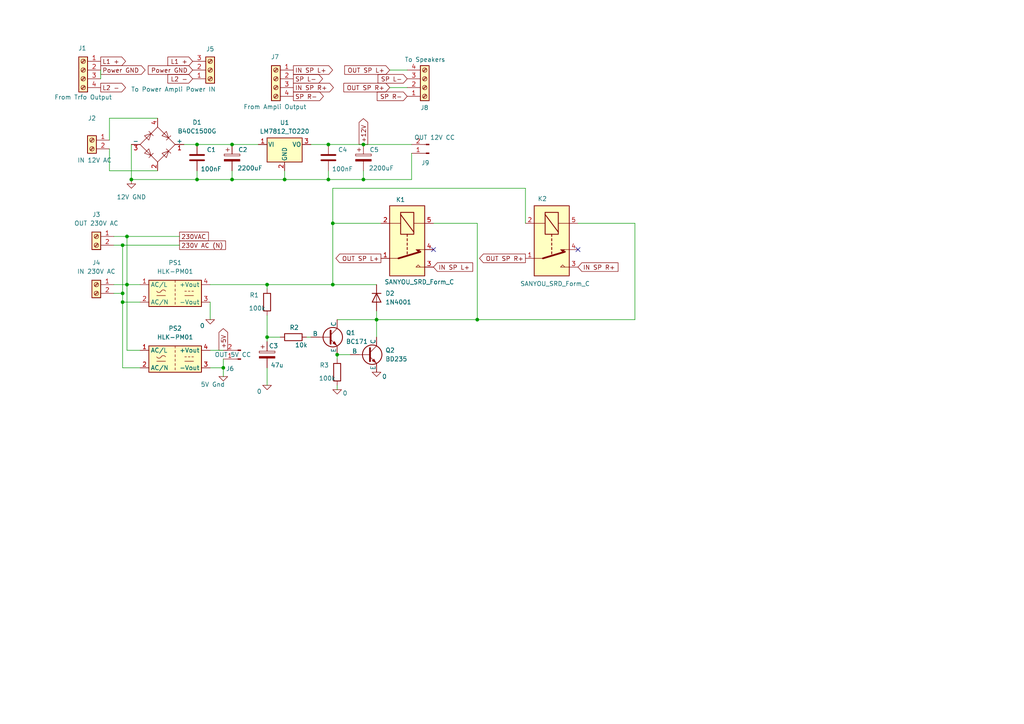
<source format=kicad_sch>
(kicad_sch (version 20250114) (generator "eeschema") (generator_version "9.0")
  (paper "A4")
  (lib_symbols
    (symbol "Connector:Conn_01x02_Pin" (pin_names (offset 1.016) (hide yes))
      (property "Reference" "J" (at 0 2.54 0))
      (property "Value" "Conn_01x02_Pin" (at 0 -5.08 0))
      (symbol "Conn_01x02_Pin_1_1"
        (rectangle (start 0.8636 0.127) (end 0 -0.127) (stroke (width 0.1524)) (fill (type outline)))
        (rectangle (start 0.8636 -2.413) (end 0 -2.667) (stroke (width 0.1524)) (fill (type outline)))
        (polyline (pts (xy 1.27 0) (xy 0.8636 0)) (stroke (width 0.1524)))
        (polyline (pts (xy 1.27 -2.54) (xy 0.8636 -2.54)) (stroke (width 0.1524)))
        (pin passive line (at 5.08 0 180) (length 3.81) (name "Pin_1") (number "1"))
        (pin passive line (at 5.08 -2.54 180) (length 3.81) (name "Pin_2") (number "2"))
      )
    )
    (symbol "Connector:Screw_Terminal_01x02" (pin_names (offset 1.016) (hide yes))
      (property "Reference" "J" (at 0 2.54 0))
      (property "Value" "Screw_Terminal_01x02" (at 0 -5.08 0))
      (symbol "Screw_Terminal_01x02_1_1"
        (rectangle (start -1.27 1.27) (end 1.27 -3.81) (stroke (width 0.254)) (fill (type background)))
        (polyline (pts (xy -0.5334 0.3302) (xy 0.3302 -0.508)) (stroke (width 0.1524)))
        (polyline (pts (xy -0.5334 -2.2098) (xy 0.3302 -3.048)) (stroke (width 0.1524)))
        (polyline (pts (xy -0.3556 0.508) (xy 0.508 -0.3302)) (stroke (width 0.1524)))
        (polyline (pts (xy -0.3556 -2.032) (xy 0.508 -2.8702)) (stroke (width 0.1524)))
        (circle (center 0 0) (radius 0.635) (stroke (width 0.1524)))
        (circle (center 0 -2.54) (radius 0.635) (stroke (width 0.1524)))
        (pin passive line (at -5.08 0 0) (length 3.81) (name "Pin_1") (number "1"))
        (pin passive line (at -5.08 -2.54 0) (length 3.81) (name "Pin_2") (number "2"))
      )
    )
    (symbol "Connector:Screw_Terminal_01x03" (pin_names (offset 1.016) (hide yes))
      (property "Reference" "J" (at 0 5.08 0))
      (property "Value" "Screw_Terminal_01x03" (at 0 -5.08 0))
      (symbol "Screw_Terminal_01x03_1_1"
        (rectangle (start -1.27 3.81) (end 1.27 -3.81) (stroke (width 0.254)) (fill (type background)))
        (polyline (pts (xy -0.5334 2.8702) (xy 0.3302 2.032)) (stroke (width 0.1524)))
        (polyline (pts (xy -0.5334 0.3302) (xy 0.3302 -0.508)) (stroke (width 0.1524)))
        (polyline (pts (xy -0.5334 -2.2098) (xy 0.3302 -3.048)) (stroke (width 0.1524)))
        (polyline (pts (xy -0.3556 3.048) (xy 0.508 2.2098)) (stroke (width 0.1524)))
        (polyline (pts (xy -0.3556 0.508) (xy 0.508 -0.3302)) (stroke (width 0.1524)))
        (polyline (pts (xy -0.3556 -2.032) (xy 0.508 -2.8702)) (stroke (width 0.1524)))
        (circle (center 0 2.54) (radius 0.635) (stroke (width 0.1524)))
        (circle (center 0 0) (radius 0.635) (stroke (width 0.1524)))
        (circle (center 0 -2.54) (radius 0.635) (stroke (width 0.1524)))
        (pin passive line (at -5.08 2.54 0) (length 3.81) (name "Pin_1") (number "1"))
        (pin passive line (at -5.08 0 0) (length 3.81) (name "Pin_2") (number "2"))
        (pin passive line (at -5.08 -2.54 0) (length 3.81) (name "Pin_3") (number "3"))
      )
    )
    (symbol "Connector:Screw_Terminal_01x04" (pin_names (offset 1.016) (hide yes))
      (property "Reference" "J" (at 0 5.08 0))
      (property "Value" "Screw_Terminal_01x04" (at 0 -7.62 0))
      (symbol "Screw_Terminal_01x04_1_1"
        (rectangle (start -1.27 3.81) (end 1.27 -6.35) (stroke (width 0.254)) (fill (type background)))
        (polyline (pts (xy -0.5334 2.8702) (xy 0.3302 2.032)) (stroke (width 0.1524)))
        (polyline (pts (xy -0.5334 0.3302) (xy 0.3302 -0.508)) (stroke (width 0.1524)))
        (polyline (pts (xy -0.5334 -2.2098) (xy 0.3302 -3.048)) (stroke (width 0.1524)))
        (polyline (pts (xy -0.5334 -4.7498) (xy 0.3302 -5.588)) (stroke (width 0.1524)))
        (polyline (pts (xy -0.3556 3.048) (xy 0.508 2.2098)) (stroke (width 0.1524)))
        (polyline (pts (xy -0.3556 0.508) (xy 0.508 -0.3302)) (stroke (width 0.1524)))
        (polyline (pts (xy -0.3556 -2.032) (xy 0.508 -2.8702)) (stroke (width 0.1524)))
        (polyline (pts (xy -0.3556 -4.572) (xy 0.508 -5.4102)) (stroke (width 0.1524)))
        (circle (center 0 2.54) (radius 0.635) (stroke (width 0.1524)))
        (circle (center 0 0) (radius 0.635) (stroke (width 0.1524)))
        (circle (center 0 -2.54) (radius 0.635) (stroke (width 0.1524)))
        (circle (center 0 -5.08) (radius 0.635) (stroke (width 0.1524)))
        (pin passive line (at -5.08 2.54 0) (length 3.81) (name "Pin_1") (number "1"))
        (pin passive line (at -5.08 0 0) (length 3.81) (name "Pin_2") (number "2"))
        (pin passive line (at -5.08 -2.54 0) (length 3.81) (name "Pin_3") (number "3"))
        (pin passive line (at -5.08 -5.08 0) (length 3.81) (name "Pin_4") (number "4"))
      )
    )
    (symbol "Converter_ACDC:HLK-PM01"
      (property "Reference" "PS" (at 0 5.08 0))
      (property "Value" "HLK-PM01" (at 0 -5.08 0))
      (symbol "HLK-PM01_0_1"
        (rectangle (start -7.62 3.81) (end 7.62 -3.81) (stroke (width 0.254)) (fill (type background)))
        (polyline (pts (xy -5.334 -0.635) (xy -2.794 -0.635)))
        (arc (start -4.064 0.635) (mid -4.699 0.2495) (end -5.334 0.635))
        (arc (start -4.064 0.635) (mid -3.429 1.0072) (end -2.794 0.635))
        (polyline (pts (xy 0 3.81) (xy 0 3.175)))
        (polyline (pts (xy 0 2.54) (xy 0 1.905)))
        (polyline (pts (xy 0 1.27) (xy 0 0.635)))
        (polyline (pts (xy 0 0) (xy 0 -0.635)))
        (polyline (pts (xy 0 -1.27) (xy 0 -1.905)))
        (polyline (pts (xy 0 -2.54) (xy 0 -3.175)))
        (polyline (pts (xy 2.794 0.635) (xy 3.302 0.635)))
        (polyline (pts (xy 2.794 -0.635) (xy 5.334 -0.635)))
        (polyline (pts (xy 3.81 0.635) (xy 4.318 0.635)))
        (polyline (pts (xy 4.826 0.635) (xy 5.334 0.635)))
      )
      (symbol "HLK-PM01_1_1"
        (pin power_in line (at -10.16 2.54 0) (length 2.54) (name "AC/L") (number "1"))
        (pin power_in line (at -10.16 -2.54 0) (length 2.54) (name "AC/N") (number "2"))
        (pin power_out line (at 10.16 2.54 180) (length 2.54) (name "+Vout") (number "4"))
        (pin power_out line (at 10.16 -2.54 180) (length 2.54) (name "-Vout") (number "3"))
      )
    )
    (symbol "Device:C" (pin_numbers (hide yes)) (pin_names (offset 0.254))
      (property "Reference" "C" (at 0.635 2.54 0))
      (property "Value" "C" (at 0.635 -2.54 0))
      (symbol "C_0_1"
        (polyline (pts (xy -2.032 0.762) (xy 2.032 0.762)) (stroke (width 0.508)))
        (polyline (pts (xy -2.032 -0.762) (xy 2.032 -0.762)) (stroke (width 0.508)))
      )
      (symbol "C_1_1"
        (pin passive line (at 0 3.81 270) (length 2.794) (name "~") (number "1"))
        (pin passive line (at 0 -3.81 90) (length 2.794) (name "~") (number "2"))
      )
    )
    (symbol "Device:C_Polarized" (pin_numbers (hide yes)) (pin_names (offset 0.254))
      (property "Reference" "C" (at 0.635 2.54 0))
      (property "Value" "C_Polarized" (at 0.635 -2.54 0))
      (symbol "C_Polarized_0_1"
        (rectangle (start -2.286 0.508) (end 2.286 1.016))
        (polyline (pts (xy -1.778 2.286) (xy -0.762 2.286)))
        (polyline (pts (xy -1.27 2.794) (xy -1.27 1.778)))
        (rectangle (start 2.286 -0.508) (end -2.286 -1.016) (fill (type outline)))
      )
      (symbol "C_Polarized_1_1"
        (pin passive line (at 0 3.81 270) (length 2.794) (name "~") (number "1"))
        (pin passive line (at 0 -3.81 90) (length 2.794) (name "~") (number "2"))
      )
    )
    (symbol "Device:R" (pin_numbers (hide yes)) (pin_names (offset 0))
      (property "Reference" "R" (at 2.032 0 90))
      (property "Value" "R" (at 0 0 90))
      (symbol "R_0_1"
        (rectangle (start -1.016 -2.54) (end 1.016 2.54) (stroke (width 0.254)))
      )
      (symbol "R_1_1"
        (pin passive line (at 0 3.81 270) (length 1.27) (name "~") (number "1"))
        (pin passive line (at 0 -3.81 90) (length 1.27) (name "~") (number "2"))
      )
    )
    (symbol "Diode:1N4001" (pin_numbers (hide yes)) (pin_names (hide yes))
      (property "Reference" "D" (at 0 2.54 0))
      (property "Value" "1N4001" (at 0 -2.54 0))
      (symbol "1N4001_0_1"
        (polyline (pts (xy -1.27 1.27) (xy -1.27 -1.27)) (stroke (width 0.254)))
        (polyline (pts (xy 1.27 1.27) (xy 1.27 -1.27) (xy -1.27 0) (xy 1.27 1.27)) (stroke (width 0.254)))
        (polyline (pts (xy 1.27 0) (xy -1.27 0)))
      )
      (symbol "1N4001_1_1"
        (pin passive line (at -3.81 0 0) (length 2.54) (name "K") (number "1"))
        (pin passive line (at 3.81 0 180) (length 2.54) (name "A") (number "2"))
      )
    )
    (symbol "Diode_Bridge:B40C1500G" (pin_names (offset 0))
      (property "Reference" "D1" (at 11.43 6.4202 0))
      (property "Value" "B40C1500G" (at 11.43 3.8802 0))
      (symbol "B40C1500G_0_1"
        (polyline (pts (xy -5.08 0) (xy 0 -5.08) (xy 5.08 0) (xy 0 5.08) (xy -5.08 0)))
        (polyline (pts (xy -3.81 2.54) (xy -2.54 1.27) (xy -1.905 3.175) (xy -3.81 2.54)))
        (polyline (pts (xy -2.54 3.81) (xy -1.27 2.54)))
        (polyline (pts (xy -2.54 -1.27) (xy -3.81 -2.54) (xy -1.905 -3.175) (xy -2.54 -1.27)))
        (polyline (pts (xy -1.27 -2.54) (xy -2.54 -3.81)))
        (polyline (pts (xy 1.27 2.54) (xy 2.54 3.81) (xy 3.175 1.905) (xy 1.27 2.54)))
        (polyline (pts (xy 2.54 1.27) (xy 3.81 2.54)))
        (polyline (pts (xy 2.54 -1.27) (xy 3.81 -2.54)))
        (polyline (pts (xy 3.175 -1.905) (xy 1.27 -2.54) (xy 2.54 -3.81) (xy 3.175 -1.905)))
      )
      (symbol "B40C1500G_1_1"
        (pin power_out line (at -7.62 0 0) (length 2.54) (name "-") (number "3"))
        (pin power_in line (at 0 7.62 270) (length 2.54) (name "~") (number "4"))
        (pin power_in line (at 0 -7.62 90) (length 2.54) (name "~") (number "2"))
        (pin power_out line (at 7.62 0 180) (length 2.54) (name "+") (number "1"))
      )
    )
    (symbol "Regulator_Linear:LM7812_TO220" (pin_names (offset 0.254))
      (property "Reference" "U" (at -3.81 3.175 0))
      (property "Value" "LM7812_TO220" (at 0 3.175 0))
      (symbol "LM7812_TO220_0_1"
        (rectangle (start -5.08 1.905) (end 5.08 -5.08) (stroke (width 0.254)) (fill (type background)))
      )
      (symbol "LM7812_TO220_1_1"
        (pin power_in line (at -7.62 0 0) (length 2.54) (name "VI") (number "1"))
        (pin power_in line (at 0 -7.62 90) (length 2.54) (name "GND") (number "2"))
        (pin power_out line (at 7.62 0 180) (length 2.54) (name "VO") (number "3"))
      )
    )
    (symbol "Relay:SANYOU_SRD_Form_C"
      (property "Reference" "K" (at 11.43 3.81 0))
      (property "Value" "SANYOU_SRD_Form_C" (at 11.43 1.27 0))
      (symbol "SANYOU_SRD_Form_C_0_0"
        (polyline (pts (xy 7.62 5.08) (xy 7.62 2.54) (xy 6.985 3.175) (xy 7.62 3.81)))
      )
      (symbol "SANYOU_SRD_Form_C_0_1"
        (rectangle (start -10.16 5.08) (end 10.16 -5.08) (stroke (width 0.254)) (fill (type background)))
        (rectangle (start -8.255 1.905) (end -1.905 -1.905) (stroke (width 0.254)))
        (polyline (pts (xy -7.62 -1.905) (xy -2.54 1.905)) (stroke (width 0.254)))
        (polyline (pts (xy -5.08 5.08) (xy -5.08 1.905)))
        (polyline (pts (xy -5.08 -5.08) (xy -5.08 -1.905)))
        (polyline (pts (xy -1.905 0) (xy -1.27 0)) (stroke (width 0.254)))
        (polyline (pts (xy -0.635 0) (xy 0 0)) (stroke (width 0.254)))
        (polyline (pts (xy 0.635 0) (xy 1.27 0)) (stroke (width 0.254)))
        (polyline (pts (xy 1.905 0) (xy 2.54 0)) (stroke (width 0.254)))
        (polyline (pts (xy 3.175 0) (xy 3.81 0)) (stroke (width 0.254)))
        (polyline (pts (xy 5.08 -2.54) (xy 3.175 3.81)) (stroke (width 0.508)))
        (polyline (pts (xy 5.08 -2.54) (xy 5.08 -5.08)))
      )
      (symbol "SANYOU_SRD_Form_C_1_1"
        (polyline (pts (xy 2.54 3.81) (xy 3.175 3.175) (xy 2.54 2.54) (xy 2.54 5.08)) (fill (type outline)))
        (pin passive line (at -5.08 7.62 270) (length 2.54) (name "~") (number "5"))
        (pin passive line (at -5.08 -7.62 90) (length 2.54) (name "~") (number "2"))
        (pin passive line (at 2.54 7.62 270) (length 2.54) (name "~") (number "4"))
        (pin passive line (at 5.08 -7.62 90) (length 2.54) (name "~") (number "1"))
        (pin passive line (at 7.62 7.62 270) (length 2.54) (name "~") (number "3"))
      )
    )
    (symbol "Simulation_SPICE:0" (power) (pin_numbers (hide yes)) (pin_names (offset 0) (hide yes))
      (property "Value" "0" (at 0 -2.54 0))
      (symbol "0_0_1"
        (polyline (pts (xy -1.27 0) (xy 0 -1.27) (xy 1.27 0) (xy -1.27 0)))
      )
      (symbol "0_1_1"
        (pin power_in line (at 0 0 0) (length 0) (name "~") (number "1"))
      )
    )
    (symbol "Simulation_SPICE:NPN" (pin_numbers (hide yes)) (pin_names (offset 0))
      (property "Reference" "Q" (at -2.54 7.62 0))
      (property "Value" "NPN" (at -2.54 5.08 0))
      (symbol "NPN_0_1"
        (polyline (pts (xy -2.54 0) (xy 0.635 0)) (stroke (width 0.1524)))
        (polyline (pts (xy 0.635 1.905) (xy 0.635 -1.905) (xy 0.635 -1.905)) (stroke (width 0.508)))
        (polyline (pts (xy 0.635 0.635) (xy 2.54 2.54)))
        (polyline (pts (xy 0.635 -0.635) (xy 2.54 -2.54) (xy 2.54 -2.54)))
        (circle (center 1.27 0) (radius 2.8194) (stroke (width 0.254)))
        (polyline (pts (xy 1.27 -1.778) (xy 1.778 -1.27) (xy 2.286 -2.286) (xy 1.27 -1.778) (xy 1.27 -1.778)) (fill (type outline)))
        (polyline (pts (xy 2.794 -1.27) (xy 2.794 -1.27)) (stroke (width 0.1524)))
        (polyline (pts (xy 2.794 -1.27) (xy 2.794 -1.27)) (stroke (width 0.1524)))
      )
      (symbol "NPN_1_1"
        (pin input line (at -5.08 0 0) (length 2.54) (name "B") (number "2"))
        (pin open_collector line (at 2.54 5.08 270) (length 2.54) (name "C") (number "1"))
        (pin open_emitter line (at 2.54 -5.08 90) (length 2.54) (name "E") (number "3"))
      )
    )
    (symbol "power:GND" (power) (pin_numbers (hide yes)) (pin_names (offset 0) (hide yes))
      (property "Value" "GND" (at 0 -3.81 0))
      (symbol "GND_0_1"
        (polyline (pts (xy 0 0) (xy 0 -1.27) (xy 1.27 -1.27) (xy 0 -2.54) (xy -1.27 -1.27) (xy 0 -1.27)))
      )
      (symbol "GND_1_1"
        (pin power_in line (at 0 0 270) (length 0) (name "~") (number "1"))
      )
    )
  )
  (junction (at 35.56 85.09))
  (junction (at 82.55 52.07))
  (junction (at 36.83 68.58))
  (junction (at 38.1 52.07))
  (junction (at 97.79 102.87))
  (junction (at 96.52 82.55))
  (junction (at 95.25 52.07))
  (junction (at 95.25 41.91))
  (junction (at 105.41 41.91))
  (junction (at 96.52 64.77))
  (junction (at 36.83 82.55))
  (junction (at 77.47 97.79))
  (junction (at 57.15 41.91))
  (junction (at 64.77 106.68))
  (junction (at 77.47 82.55))
  (junction (at 109.22 92.71))
  (junction (at 138.43 92.71))
  (junction (at 35.56 87.63))
  (junction (at 105.41 52.07))
  (junction (at 35.56 71.12))
  (junction (at 57.15 52.07))
  (junction (at 67.31 52.07))
  (junction (at 67.31 41.91))
  (no_connect (at 125.73 72.39))
  (no_connect (at 167.64 72.39))
  (wire (pts (xy 105.41 52.07) (xy 95.25 52.07)))
  (wire (pts (xy 109.22 90.17) (xy 109.22 92.71)))
  (wire (pts (xy 35.56 85.09) (xy 33.02 85.09)))
  (wire (pts (xy 35.56 71.12) (xy 52.07 71.12)))
  (wire (pts (xy 36.83 101.6) (xy 36.83 82.55)))
  (wire (pts (xy 67.31 52.07) (xy 57.15 52.07)))
  (wire (pts (xy 118.11 25.4) (xy 113.03 25.4)))
  (wire (pts (xy 95.25 41.91) (xy 105.41 41.91)))
  (wire (pts (xy 38.1 41.91) (xy 38.1 52.07)))
  (wire (pts (xy 35.56 87.63) (xy 40.64 87.63)))
  (wire (pts (xy 53.34 41.91) (xy 57.15 41.91)))
  (wire (pts (xy 167.64 64.77) (xy 184.15 64.77)))
  (wire (pts (xy 77.47 97.79) (xy 81.28 97.79)))
  (wire (pts (xy 97.79 104.14) (xy 97.79 102.87)))
  (wire (pts (xy 77.47 82.55) (xy 77.47 83.82)))
  (wire (pts (xy 105.41 49.53) (xy 105.41 52.07)))
  (wire (pts (xy 40.64 106.68) (xy 35.56 106.68)))
  (wire (pts (xy 96.52 82.55) (xy 109.22 82.55)))
  (wire (pts (xy 97.79 102.87) (xy 101.6 102.87)))
  (wire (pts (xy 96.52 54.61) (xy 96.52 64.77)))
  (wire (pts (xy 77.47 106.68) (xy 77.47 111.76)))
  (wire (pts (xy 77.47 82.55) (xy 96.52 82.55)))
  (wire (pts (xy 57.15 41.91) (xy 67.31 41.91)))
  (wire (pts (xy 82.55 52.07) (xy 67.31 52.07)))
  (wire (pts (xy 67.31 41.91) (xy 74.93 41.91)))
  (wire (pts (xy 31.75 43.18) (xy 31.75 49.53)))
  (wire (pts (xy 95.25 52.07) (xy 82.55 52.07)))
  (wire (pts (xy 33.02 71.12) (xy 35.56 71.12)))
  (wire (pts (xy 90.17 41.91) (xy 95.25 41.91)))
  (wire (pts (xy 96.52 54.61) (xy 152.4 54.61)))
  (wire (pts (xy 60.96 106.68) (xy 64.77 106.68)))
  (wire (pts (xy 35.56 85.09) (xy 35.56 87.63)))
  (wire (pts (xy 57.15 49.53) (xy 57.15 52.07)))
  (wire (pts (xy 31.75 34.29) (xy 45.72 34.29)))
  (wire (pts (xy 36.83 68.58) (xy 36.83 82.55)))
  (wire (pts (xy 184.15 64.77) (xy 184.15 92.71)))
  (wire (pts (xy 31.75 40.64) (xy 31.75 34.29)))
  (wire (pts (xy 60.96 87.63) (xy 60.96 92.71)))
  (wire (pts (xy 64.77 104.14) (xy 64.77 106.68)))
  (wire (pts (xy 96.52 64.77) (xy 96.52 82.55)))
  (wire (pts (xy 67.31 49.53) (xy 67.31 52.07)))
  (wire (pts (xy 35.56 71.12) (xy 35.56 85.09)))
  (wire (pts (xy 138.43 64.77) (xy 138.43 92.71)))
  (wire (pts (xy 38.1 52.07) (xy 57.15 52.07)))
  (wire (pts (xy 109.22 92.71) (xy 109.22 97.79)))
  (wire (pts (xy 77.47 82.55) (xy 60.96 82.55)))
  (wire (pts (xy 105.41 41.91) (xy 119.38 41.91)))
  (wire (pts (xy 64.77 109.22) (xy 64.77 106.68)))
  (wire (pts (xy 64.77 101.6) (xy 60.96 101.6)))
  (wire (pts (xy 36.83 68.58) (xy 52.07 68.58)))
  (wire (pts (xy 82.55 49.53) (xy 82.55 52.07)))
  (wire (pts (xy 77.47 91.44) (xy 77.47 97.79)))
  (wire (pts (xy 96.52 64.77) (xy 110.49 64.77)))
  (wire (pts (xy 95.25 49.53) (xy 95.25 52.07)))
  (wire (pts (xy 31.75 49.53) (xy 45.72 49.53)))
  (wire (pts (xy 33.02 68.58) (xy 36.83 68.58)))
  (wire (pts (xy 40.64 101.6) (xy 36.83 101.6)))
  (wire (pts (xy 119.38 44.45) (xy 119.38 52.07)))
  (wire (pts (xy 118.11 20.32) (xy 113.03 20.32)))
  (wire (pts (xy 109.22 92.71) (xy 138.43 92.71)))
  (wire (pts (xy 97.79 92.71) (xy 109.22 92.71)))
  (wire (pts (xy 119.38 52.07) (xy 105.41 52.07)))
  (wire (pts (xy 40.64 82.55) (xy 36.83 82.55)))
  (wire (pts (xy 97.79 113.03) (xy 97.79 111.76)))
  (wire (pts (xy 35.56 106.68) (xy 35.56 87.63)))
  (wire (pts (xy 152.4 64.77) (xy 152.4 54.61)))
  (wire (pts (xy 77.47 99.06) (xy 77.47 97.79)))
  (wire (pts (xy 138.43 92.71) (xy 184.15 92.71)))
  (wire (pts (xy 125.73 64.77) (xy 138.43 64.77)))
  (wire (pts (xy 88.9 97.79) (xy 90.17 97.79)))
  (wire (pts (xy 29.21 20.32) (xy 29.21 22.86)))
  (wire (pts (xy 33.02 82.55) (xy 36.83 82.55)))
  (global_label "230VAC" (shape passive) (at 52.07 68.58 0) (property "Intersheetrefs" "${INTERSHEET_REFS}" (effects (hide yes))))
  (global_label "OUT SP L+" (shape output) (at 110.49 74.93 180) (property "Intersheetrefs" "${INTERSHEET_REFS}" (effects (hide yes))))
  (global_label "SP R-" (shape output) (at 85.09 27.94 0) (property "Intersheetrefs" "${INTERSHEET_REFS}" (effects (hide yes))))
  (global_label "IN SP R+" (shape input) (at 167.64 77.47 0) (property "Intersheetrefs" "${INTERSHEET_REFS}" (effects (hide yes))))
  (global_label "SP R-" (shape input) (at 118.11 27.94 180) (property "Intersheetrefs" "${INTERSHEET_REFS}" (effects (hide yes))))
  (global_label "OUT SP L+" (shape input) (at 113.03 20.32 180) (property "Intersheetrefs" "${INTERSHEET_REFS}" (effects (hide yes))))
  (global_label "L2 -" (shape output) (at 29.21 25.4 0) (property "Intersheetrefs" "${INTERSHEET_REFS}" (effects (hide yes))))
  (global_label "IN SP L+" (shape output) (at 85.09 20.32 0) (property "Intersheetrefs" "${INTERSHEET_REFS}" (effects (hide yes))))
  (global_label "L1 +" (shape input) (at 55.88 17.78 180) (property "Intersheetrefs" "${INTERSHEET_REFS}" (effects (hide yes))))
  (global_label "Power GND" (shape output) (at 29.21 20.32 0) (property "Intersheetrefs" "${INTERSHEET_REFS}" (effects (hide yes))))
  (global_label "+12V" (shape output) (at 105.41 41.91 90) (property "Intersheetrefs" "${INTERSHEET_REFS}" (effects (hide yes))))
  (global_label "L2 -" (shape input) (at 55.88 22.86 180) (property "Intersheetrefs" "${INTERSHEET_REFS}" (effects (hide yes))))
  (global_label "+5V" (shape output) (at 64.77 101.6 90) (property "Intersheetrefs" "${INTERSHEET_REFS}" (effects (hide yes))))
  (global_label "OUT SP R+" (shape output) (at 152.4 74.93 180) (property "Intersheetrefs" "${INTERSHEET_REFS}" (effects (hide yes))))
  (global_label "IN SP L+" (shape input) (at 125.73 77.47 0) (property "Intersheetrefs" "${INTERSHEET_REFS}" (effects (hide yes))))
  (global_label "OUT SP R+" (shape input) (at 113.03 25.4 180) (property "Intersheetrefs" "${INTERSHEET_REFS}" (effects (hide yes))))
  (global_label "SP L-" (shape output) (at 85.09 22.86 0) (property "Intersheetrefs" "${INTERSHEET_REFS}" (effects (hide yes))))
  (global_label "L1 +" (shape output) (at 29.21 17.78 0) (property "Intersheetrefs" "${INTERSHEET_REFS}" (effects (hide yes))))
  (global_label "Power GND" (shape input) (at 55.88 20.32 180) (property "Intersheetrefs" "${INTERSHEET_REFS}" (effects (hide yes))))
  (global_label "IN SP R+" (shape output) (at 85.09 25.4 0) (property "Intersheetrefs" "${INTERSHEET_REFS}" (effects (hide yes))))
  (global_label "SP L-" (shape input) (at 118.11 22.86 180) (property "Intersheetrefs" "${INTERSHEET_REFS}" (effects (hide yes))))
  (global_label "230V AC (N)" (shape passive) (at 52.07 71.12 0) (property "Intersheetrefs" "${INTERSHEET_REFS}" (effects (hide yes))))
  (symbol (lib_id "Connector:Screw_Terminal_01x02") (at 27.94 82.55 0) (mirror y) (unit 1)
    (property "Reference" "J4" (at 27.94 76.2 0))
    (property "Value" "IN 230V AC" (at 27.94 78.74 0))
    (property "Footprint" "Components:TerminalBlock_Altech_AK300-2_P5.00mm" (effects (hide yes)))
    (property "Description" "Generic screw terminal, single row, 01x02, script generated (kicad-library-utils/schlib/autogen/connector/)" (effects (hide yes)))
  )
  (symbol (lib_id "Connector:Screw_Terminal_01x04") (at 80.01 22.86 0) (mirror y) (unit 1)
    (property "Reference" "J7" (at 79.756 16.51 0))
    (property "Value" "From Ampli Output" (at 79.756 30.988 0))
    (property "Footprint" "Components:TerminalBlock_Altech_AK300-4_P5.00mm" (effects (hide yes)))
    (property "Description" "Generic screw terminal, single row, 01x04, script generated (kicad-library-utils/schlib/autogen/connector/)" (effects (hide yes)))
  )
  (symbol (lib_id "Simulation_SPICE:NPN") (at 106.68 102.87 0) (unit 1)
    (property "Reference" "Q2" (at 111.76 101.5999 0) (effects (justify left)))
    (property "Value" "BD235" (at 111.76 104.1399 0) (effects (justify left)))
    (property "Footprint" "Components:TO-126-3_Vertical" (effects (hide yes)))
    (property "Datasheet" "https://ngspice.sourceforge.io/docs/ngspice-html-manual/manual.xhtml#cha_BJTs" (effects (hide yes)))
    (property "Description" "Bipolar transistor symbol for simulation only, substrate tied to the emitter" (effects (hide yes)))
    (property "Sim.Device" "NPN" (effects (hide yes)))
    (property "Sim.Type" "GUMMELPOON" (effects (hide yes)))
    (property "Sim.Pins" "1=C 2=B 3=E" (effects (hide yes)))
  )
  (symbol (lib_id "Relay:SANYOU_SRD_Form_C") (at 160.02 69.85 270) (unit 1)
    (property "Reference" "K2" (at 155.956 57.658 90) (effects (justify left)))
    (property "Value" "SANYOU_SRD_Form_C" (at 150.876 82.296 90) (effects (justify left)))
    (property "Footprint" "Relay_THT:Relay_SPDT_SANYOU_SRD_Series_Form_C" (effects (hide yes)))
    (property "Datasheet" "http://www.sanyourelay.ca/public/products/pdf/SRD.pdf" (effects (hide yes)))
    (property "Description" "Sanyo SRD relay, Single Pole Miniature Power Relay," (effects (hide yes)))
  )
  (symbol (lib_id "Connector:Conn_01x02_Pin") (at 69.85 104.14 180) (unit 1)
    (property "Reference" "J6" (at 65.532 106.934 0) (effects (justify right)))
    (property "Value" "OUT 5V CC" (at 62.23 102.87 0) (effects (justify right)))
    (property "Footprint" "Connector_JST:JST_XH_B2B-XH-A_1x02_P2.50mm_Vertical" (effects (hide yes)))
    (property "Description" "Generic connector, single row, 01x02, script generated" (effects (hide yes)))
  )
  (symbol (lib_id "Connector:Conn_01x02_Pin") (at 124.46 44.45 180) (unit 1)
    (property "Reference" "J9" (at 122.174 47.244 0) (effects (justify right)))
    (property "Value" "OUT 12V CC" (at 120.142 39.878 0) (effects (justify right)))
    (property "Footprint" "Connector_JST:JST_XH_B2B-XH-A_1x02_P2.50mm_Vertical" (effects (hide yes)))
    (property "Description" "Generic connector, single row, 01x02, script generated" (effects (hide yes)))
  )
  (symbol (lib_id "Device:C") (at 57.15 45.72 0) (unit 1)
    (property "Reference" "C1" (at 59.944 43.434 0) (effects (justify left)))
    (property "Value" "100nF" (at 58.166 49.022 0) (effects (justify left)))
    (property "Footprint" "Capacitor_THT:C_Disc_D8.0mm_W2.5mm_P5.00mm" (effects (hide yes)))
    (property "Description" "Unpolarized capacitor" (effects (hide yes)))
  )
  (symbol (lib_id "Connector:Screw_Terminal_01x02") (at 26.67 40.64 0) (mirror y) (unit 1)
    (property "Reference" "J2" (at 26.67 34.29 0))
    (property "Value" "IN 12V AC" (at 27.432 46.482 0))
    (property "Footprint" "Components:TerminalBlock_Altech_AK300-2_P5.00mm" (effects (hide yes)))
    (property "Description" "Generic screw terminal, single row, 01x02, script generated (kicad-library-utils/schlib/autogen/connector/)" (effects (hide yes)))
  )
  (symbol (lib_id "Connector:Screw_Terminal_01x04") (at 24.13 20.32 0) (mirror y) (unit 1)
    (property "Reference" "J1" (at 23.876 13.97 0))
    (property "Value" "From Trfo Output" (at 24.13 28.194 0))
    (property "Footprint" "Components:TerminalBlock_Altech_AK300-4_P5.00mm" (effects (hide yes)))
    (property "Description" "Generic screw terminal, single row, 01x04, script generated (kicad-library-utils/schlib/autogen/connector/)" (effects (hide yes)))
  )
  (symbol (lib_id "Simulation_SPICE:NPN") (at 95.25 97.79 0) (unit 1)
    (property "Reference" "Q1" (at 100.33 96.5199 0) (effects (justify left)))
    (property "Value" "BC171" (at 100.33 99.0599 0) (effects (justify left)))
    (property "Footprint" "Package_TO_SOT_THT:TO-92L_Inline_Wide" (effects (hide yes)))
    (property "Datasheet" "https://ngspice.sourceforge.io/docs/ngspice-html-manual/manual.xhtml#cha_BJTs" (effects (hide yes)))
    (property "Description" "Bipolar transistor symbol for simulation only, substrate tied to the emitter" (effects (hide yes)))
    (property "Sim.Device" "NPN" (effects (hide yes)))
    (property "Sim.Type" "GUMMELPOON" (effects (hide yes)))
    (property "Sim.Pins" "1=C 2=B 3=E" (effects (hide yes)))
  )
  (symbol (lib_id "Device:R") (at 77.47 87.63 0) (unit 1)
    (property "Reference" "R1" (at 72.39 85.598 0) (effects (justify left)))
    (property "Value" "100k" (at 72.136 89.408 0) (effects (justify left)))
    (property "Footprint" "Resistor_THT:R_Axial_DIN0207_L6.3mm_D2.5mm_P15.24mm_Horizontal" (effects (hide yes)))
    (property "Description" "Resistor" (effects (hide yes)))
  )
  (symbol (lib_id "Connector:Screw_Terminal_01x02") (at 27.94 68.58 0) (mirror y) (unit 1)
    (property "Reference" "J3" (at 27.94 62.23 0))
    (property "Value" "OUT 230V AC" (at 27.94 64.77 0))
    (property "Footprint" "Components:TerminalBlock_Altech_AK300-2_P5.00mm" (effects (hide yes)))
    (property "Description" "Generic screw terminal, single row, 01x02, script generated (kicad-library-utils/schlib/autogen/connector/)" (effects (hide yes)))
  )
  (symbol (lib_id "Converter_ACDC:HLK-PM01") (at 50.8 85.09 0) (unit 1)
    (property "Reference" "PS1" (at 50.8 76.2 0))
    (property "Value" "HLK-PM01" (at 50.8 78.74 0))
    (property "Footprint" "Components:Converter_ACDC_Hi-Link_HLK-PMxx" (effects (hide yes)))
    (property "Datasheet" "https://h.hlktech.com/download/ACDC%E7%94%B5%E6%BA%90%E6%A8%A1%E5%9D%973W%E7%B3%BB%E5%88%97/1/%E6%B5%B7%E5%87%8C%E7%A7%913W%E7%B3%BB%E5%88%97%E7%94%B5%E6%BA%90%E6%A8%A1%E5%9D%97%E8%A7%84%E6%A0%BC%E4%B9%A6V2.8.pdf" (effects (hide yes)))
    (property "Description" "Compact AC/DC board mount power module 3W 5V" (effects (hide yes)))
  )
  (symbol (lib_id "Diode:1N4001") (at 109.22 86.36 270) (unit 1)
    (property "Reference" "D2" (at 111.76 85.0899 90) (effects (justify left)))
    (property "Value" "1N4001" (at 111.76 87.6299 90) (effects (justify left)))
    (property "Footprint" "Diode_THT:D_DO-41_SOD81_P10.16mm_Horizontal" (effects (hide yes)))
    (property "Datasheet" "http://www.vishay.com/docs/88503/1n4001.pdf" (effects (hide yes)))
    (property "Description" "50V 1A General Purpose Rectifier Diode, DO-41" (effects (hide yes)))
    (property "Sim.Device" "D" (effects (hide yes)))
    (property "Sim.Pins" "1=K 2=A" (effects (hide yes)))
  )
  (symbol (lib_id "Simulation_SPICE:0") (at 77.47 111.76 0) (unit 1)
    (property "Reference" "#GND02" (effects (hide yes)))
    (property "Value" "0" (at 75.184 113.538 0))
    (property "Datasheet" "https://ngspice.sourceforge.io/docs/ngspice-html-manual/manual.xhtml#subsec_Circuit_elements__device" (effects (hide yes)))
    (property "Description" "0V reference potential for simulation" (effects (hide yes)))
  )
  (symbol (lib_id "Device:C_Polarized") (at 67.31 45.72 0) (unit 1)
    (property "Reference" "C2" (at 69.088 43.434 0) (effects (justify left)))
    (property "Value" "2200uF" (at 68.834 48.768 0) (effects (justify left)))
    (property "Footprint" "Capacitor_THT:CP_Radial_D12.5mm_P5.00mm" (effects (hide yes)))
    (property "Description" "Polarized capacitor" (effects (hide yes)))
  )
  (symbol (lib_id "Regulator_Linear:LM7812_TO220") (at 82.55 41.91 0) (unit 1)
    (property "Reference" "U1" (at 82.55 35.56 0))
    (property "Value" "LM7812_TO220" (at 82.55 38.1 0))
    (property "Footprint" "Package_TO_SOT_THT:TO-220-3_Vertical" (effects (hide yes)))
    (property "Datasheet" "https://www.onsemi.cn/PowerSolutions/document/MC7800-D.PDF" (effects (hide yes)))
    (property "Description" "Positive 1A 35V Linear Regulator, Fixed Output 12V, TO-220" (effects (hide yes)))
  )
  (symbol (lib_id "Connector:Screw_Terminal_01x03") (at 60.96 20.32 0) (mirror x) (unit 1)
    (property "Reference" "J5" (at 60.96 14.224 0))
    (property "Value" "To Power Ampli Power IN" (at 50.292 25.908 0))
    (property "Footprint" "Components:TerminalBlock_Altech_AK300-3_P5.00mm" (effects (hide yes)))
    (property "Description" "Generic screw terminal, single row, 01x03, script generated (kicad-library-utils/schlib/autogen/connector/)" (effects (hide yes)))
  )
  (symbol (lib_id "Simulation_SPICE:0") (at 109.22 107.95 0) (unit 1)
    (property "Reference" "#GND04" (effects (hide yes)))
    (property "Value" "0" (at 111.506 109.22 0))
    (property "Datasheet" "https://ngspice.sourceforge.io/docs/ngspice-html-manual/manual.xhtml#subsec_Circuit_elements__device" (effects (hide yes)))
    (property "Description" "0V reference potential for simulation" (effects (hide yes)))
  )
  (symbol (lib_id "Device:R") (at 85.09 97.79 90) (unit 1)
    (property "Reference" "R2" (at 85.344 94.996 90))
    (property "Value" "10k" (at 87.376 100.076 90))
    (property "Footprint" "Resistor_THT:R_Axial_DIN0207_L6.3mm_D2.5mm_P15.24mm_Horizontal" (effects (hide yes)))
    (property "Description" "Resistor" (effects (hide yes)))
  )
  (symbol (lib_id "Simulation_SPICE:0") (at 60.96 92.71 0) (unit 1)
    (property "Reference" "#GND01" (effects (hide yes)))
    (property "Value" "0" (at 58.674 94.488 0))
    (property "Datasheet" "https://ngspice.sourceforge.io/docs/ngspice-html-manual/manual.xhtml#subsec_Circuit_elements__device" (effects (hide yes)))
    (property "Description" "0V reference potential for simulation" (effects (hide yes)))
  )
  (symbol (lib_id "Device:C_Polarized") (at 77.47 102.87 0) (unit 1)
    (property "Reference" "C3" (at 77.978 100.33 0) (effects (justify left)))
    (property "Value" "47u" (at 78.486 105.918 0) (effects (justify left)))
    (property "Footprint" "Capacitor_THT:CP_Radial_D5.0mm_P2.50mm" (effects (hide yes)))
    (property "Description" "Polarized capacitor" (effects (hide yes)))
  )
  (symbol (lib_id "Connector:Screw_Terminal_01x04") (at 123.19 25.4 0) (mirror x) (unit 1)
    (property "Reference" "J8" (at 121.92 31.242 0) (effects (justify left)))
    (property "Value" "To Speakers" (at 117.348 17.272 0) (effects (justify left)))
    (property "Footprint" "Components:TerminalBlock_Altech_AK300-4_P5.00mm" (effects (hide yes)))
    (property "Description" "Generic screw terminal, single row, 01x04, script generated (kicad-library-utils/schlib/autogen/connector/)" (effects (hide yes)))
  )
  (symbol (lib_id "Simulation_SPICE:0") (at 64.77 109.22 0) (unit 1)
    (property "Reference" "#GND05" (effects (hide yes)))
    (property "Value" "5V Gnd" (at 61.722 111.506 0))
    (property "Datasheet" "https://ngspice.sourceforge.io/docs/ngspice-html-manual/manual.xhtml#subsec_Circuit_elements__device" (effects (hide yes)))
    (property "Description" "0V reference potential for simulation" (effects (hide yes)))
  )
  (symbol (lib_id "Relay:SANYOU_SRD_Form_C") (at 118.11 69.85 270) (unit 1)
    (property "Reference" "K1" (at 114.808 57.912 90) (effects (justify left)))
    (property "Value" "SANYOU_SRD_Form_C" (at 111.506 81.788 90) (effects (justify left)))
    (property "Footprint" "Relay_THT:Relay_SPDT_SANYOU_SRD_Series_Form_C" (effects (hide yes)))
    (property "Datasheet" "http://www.sanyourelay.ca/public/products/pdf/SRD.pdf" (effects (hide yes)))
    (property "Description" "Sanyo SRD relay, Single Pole Miniature Power Relay," (effects (hide yes)))
  )
  (symbol (lib_id "Converter_ACDC:HLK-PM01") (at 50.8 104.14 0) (unit 1)
    (property "Reference" "PS2" (at 50.8 95.25 0))
    (property "Value" "HLK-PM01" (at 50.8 97.79 0))
    (property "Footprint" "Components:Converter_ACDC_Hi-Link_HLK-PMxx" (effects (hide yes)))
    (property "Datasheet" "https://h.hlktech.com/download/ACDC%E7%94%B5%E6%BA%90%E6%A8%A1%E5%9D%973W%E7%B3%BB%E5%88%97/1/%E6%B5%B7%E5%87%8C%E7%A7%913W%E7%B3%BB%E5%88%97%E7%94%B5%E6%BA%90%E6%A8%A1%E5%9D%97%E8%A7%84%E6%A0%BC%E4%B9%A6V2.8.pdf" (effects (hide yes)))
    (property "Description" "Compact AC/DC board mount power module 3W 5V" (effects (hide yes)))
  )
  (symbol (lib_id "Device:C_Polarized") (at 105.41 45.72 0) (unit 1)
    (property "Reference" "C5" (at 107.188 43.434 0) (effects (justify left)))
    (property "Value" "2200uF" (at 106.934 48.768 0) (effects (justify left)))
    (property "Footprint" "Capacitor_THT:CP_Radial_D12.5mm_P5.00mm" (effects (hide yes)))
    (property "Description" "Polarized capacitor" (effects (hide yes)))
  )
  (symbol (lib_id "Diode_Bridge:B40C1500G") (at 45.72 41.91 0) (unit 1)
    (property "Reference" "D1" (at 57.15 35.4898 0))
    (property "Value" "B40C1500G" (at 57.15 38.0298 0))
    (property "Footprint" "Diode_THT:Diode_Bridge_Round_D9.8mm" (effects (hide yes)))
    (property "Datasheet" "https://www.vishay.com/docs/88501/b40c1500g.pdf" (effects (hide yes)))
    (property "Description" "Glass Passivated Single-Phase Bridge Rectifier, 40V Vrms, 1.5A If, WOG package" (effects (hide yes)))
  )
  (symbol (lib_id "Device:R") (at 97.79 107.95 0) (unit 1)
    (property "Reference" "R3" (at 92.71 105.918 0) (effects (justify left)))
    (property "Value" "100k" (at 92.456 109.728 0) (effects (justify left)))
    (property "Footprint" "Resistor_THT:R_Axial_DIN0207_L6.3mm_D2.5mm_P15.24mm_Horizontal" (effects (hide yes)))
    (property "Description" "Resistor" (effects (hide yes)))
  )
  (symbol (lib_id "power:GND") (at 38.1 52.07 0) (unit 1)
    (property "Reference" "#PWR01" (effects (hide yes)))
    (property "Value" "12V GND" (at 38.1 57.15 0))
    (property "Description" "Power symbol creates a global label with name \"GND\" , ground" (effects (hide yes)))
  )
  (symbol (lib_id "Device:C") (at 95.25 45.72 0) (unit 1)
    (property "Reference" "C4" (at 98.044 43.434 0) (effects (justify left)))
    (property "Value" "100nF" (at 96.266 49.022 0) (effects (justify left)))
    (property "Footprint" "Capacitor_THT:C_Disc_D8.0mm_W2.5mm_P5.00mm" (effects (hide yes)))
    (property "Description" "Unpolarized capacitor" (effects (hide yes)))
  )
  (symbol (lib_id "Simulation_SPICE:0") (at 97.79 113.03 0) (unit 1)
    (property "Reference" "#GND03" (effects (hide yes)))
    (property "Value" "0" (at 100.076 114.046 0))
    (property "Datasheet" "https://ngspice.sourceforge.io/docs/ngspice-html-manual/manual.xhtml#subsec_Circuit_elements__device" (effects (hide yes)))
    (property "Description" "0V reference potential for simulation" (effects (hide yes)))
  )
)
</source>
